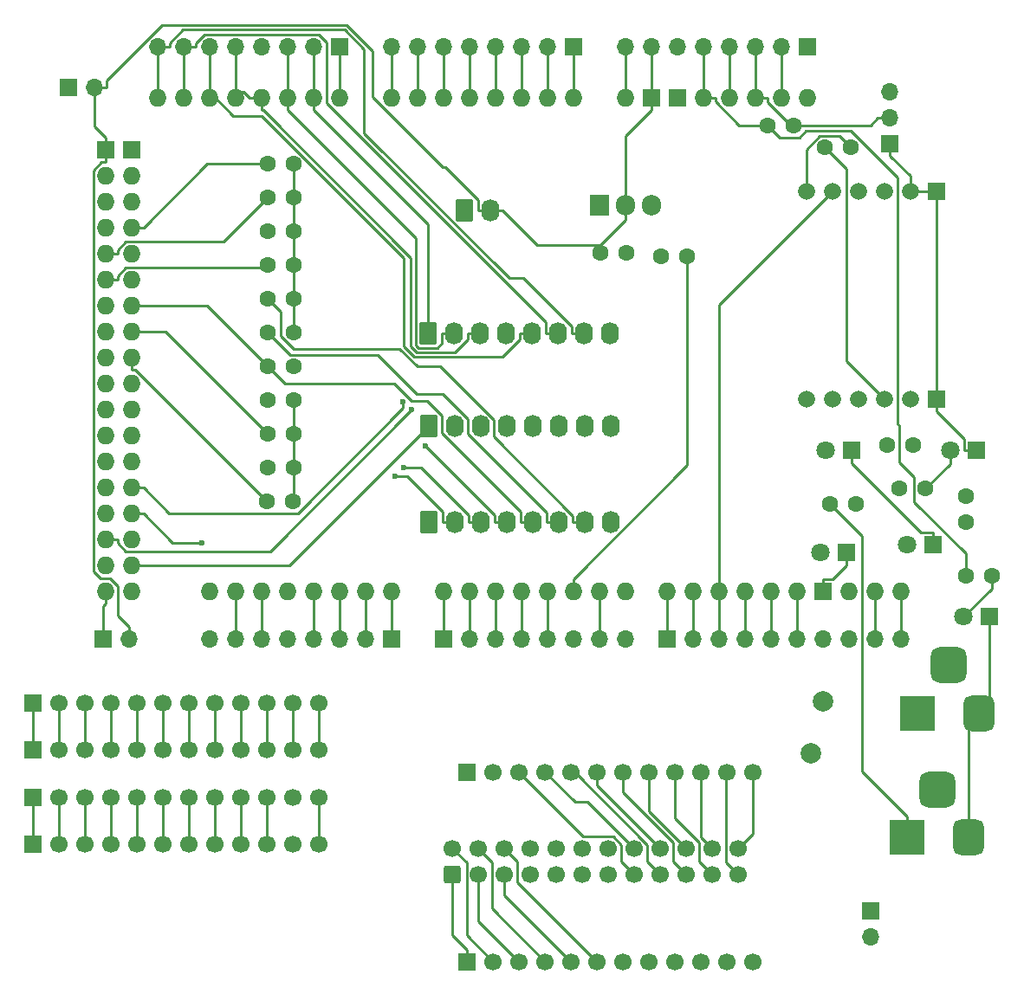
<source format=gbr>
G04 #@! TF.GenerationSoftware,KiCad,Pcbnew,9.0.5*
G04 #@! TF.CreationDate,2025-12-14T12:46:52+10:00*
G04 #@! TF.ProjectId,Jet Ranger Upper Controller,4a657420-5261-46e6-9765-722055707065,rev?*
G04 #@! TF.SameCoordinates,Original*
G04 #@! TF.FileFunction,Copper,L2,Bot*
G04 #@! TF.FilePolarity,Positive*
%FSLAX46Y46*%
G04 Gerber Fmt 4.6, Leading zero omitted, Abs format (unit mm)*
G04 Created by KiCad (PCBNEW 9.0.5) date 2025-12-14 12:46:52*
%MOMM*%
%LPD*%
G01*
G04 APERTURE LIST*
G04 Aperture macros list*
%AMRoundRect*
0 Rectangle with rounded corners*
0 $1 Rounding radius*
0 $2 $3 $4 $5 $6 $7 $8 $9 X,Y pos of 4 corners*
0 Add a 4 corners polygon primitive as box body*
4,1,4,$2,$3,$4,$5,$6,$7,$8,$9,$2,$3,0*
0 Add four circle primitives for the rounded corners*
1,1,$1+$1,$2,$3*
1,1,$1+$1,$4,$5*
1,1,$1+$1,$6,$7*
1,1,$1+$1,$8,$9*
0 Add four rect primitives between the rounded corners*
20,1,$1+$1,$2,$3,$4,$5,0*
20,1,$1+$1,$4,$5,$6,$7,0*
20,1,$1+$1,$6,$7,$8,$9,0*
20,1,$1+$1,$8,$9,$2,$3,0*%
G04 Aperture macros list end*
G04 #@! TA.AperFunction,ComponentPad*
%ADD10C,2.010000*%
G04 #@! TD*
G04 #@! TA.AperFunction,ComponentPad*
%ADD11C,1.600000*%
G04 #@! TD*
G04 #@! TA.AperFunction,ComponentPad*
%ADD12R,1.700000X1.700000*%
G04 #@! TD*
G04 #@! TA.AperFunction,ComponentPad*
%ADD13O,1.700000X1.700000*%
G04 #@! TD*
G04 #@! TA.AperFunction,ComponentPad*
%ADD14R,1.800000X1.800000*%
G04 #@! TD*
G04 #@! TA.AperFunction,ComponentPad*
%ADD15C,1.800000*%
G04 #@! TD*
G04 #@! TA.AperFunction,ComponentPad*
%ADD16RoundRect,0.250000X0.600000X-0.600000X0.600000X0.600000X-0.600000X0.600000X-0.600000X-0.600000X0*%
G04 #@! TD*
G04 #@! TA.AperFunction,ComponentPad*
%ADD17C,1.700000*%
G04 #@! TD*
G04 #@! TA.AperFunction,ComponentPad*
%ADD18R,3.500000X3.500000*%
G04 #@! TD*
G04 #@! TA.AperFunction,ComponentPad*
%ADD19RoundRect,0.750000X0.750000X1.000000X-0.750000X1.000000X-0.750000X-1.000000X0.750000X-1.000000X0*%
G04 #@! TD*
G04 #@! TA.AperFunction,ComponentPad*
%ADD20RoundRect,0.875000X0.875000X0.875000X-0.875000X0.875000X-0.875000X-0.875000X0.875000X-0.875000X0*%
G04 #@! TD*
G04 #@! TA.AperFunction,ComponentPad*
%ADD21RoundRect,0.250000X-0.620000X-0.845000X0.620000X-0.845000X0.620000X0.845000X-0.620000X0.845000X0*%
G04 #@! TD*
G04 #@! TA.AperFunction,ComponentPad*
%ADD22O,1.740000X2.190000*%
G04 #@! TD*
G04 #@! TA.AperFunction,ComponentPad*
%ADD23R,1.905000X2.000000*%
G04 #@! TD*
G04 #@! TA.AperFunction,ComponentPad*
%ADD24O,1.905000X2.000000*%
G04 #@! TD*
G04 #@! TA.AperFunction,ComponentPad*
%ADD25R,1.665000X1.665000*%
G04 #@! TD*
G04 #@! TA.AperFunction,ComponentPad*
%ADD26C,1.665000*%
G04 #@! TD*
G04 #@! TA.AperFunction,ComponentPad*
%ADD27O,1.727200X1.727200*%
G04 #@! TD*
G04 #@! TA.AperFunction,ComponentPad*
%ADD28R,1.727200X1.727200*%
G04 #@! TD*
G04 #@! TA.AperFunction,ViaPad*
%ADD29C,0.600000*%
G04 #@! TD*
G04 #@! TA.AperFunction,Conductor*
%ADD30C,0.250000*%
G04 #@! TD*
G04 APERTURE END LIST*
D10*
X110750000Y-105050000D03*
X109550000Y-110150000D03*
D11*
X59040000Y-75594300D03*
X56500000Y-75594300D03*
D12*
X63500000Y-41046400D03*
D13*
X60960000Y-41046400D03*
X58420000Y-41046400D03*
X55880000Y-41046400D03*
X53340000Y-41046400D03*
X50800000Y-41046400D03*
X48260000Y-41046400D03*
X45720000Y-41046400D03*
D11*
X59040000Y-82192700D03*
X56500000Y-82192700D03*
X58956600Y-85491900D03*
X56416600Y-85491900D03*
D12*
X117298000Y-50550000D03*
D13*
X117298000Y-48010000D03*
X117298000Y-45470000D03*
D12*
X86360000Y-41046400D03*
D13*
X83820000Y-41046400D03*
X81280000Y-41046400D03*
X78740000Y-41046400D03*
X76200000Y-41046400D03*
X73660000Y-41046400D03*
X71120000Y-41046400D03*
X68580000Y-41046400D03*
D14*
X113540000Y-80500000D03*
D15*
X111000000Y-80500000D03*
D11*
X59040000Y-55799200D03*
X56500000Y-55799200D03*
X59040000Y-52500000D03*
X56500000Y-52500000D03*
D16*
X74560000Y-122000000D03*
D17*
X74560000Y-119460000D03*
X77100000Y-122000000D03*
X77100000Y-119460000D03*
X79640000Y-122000000D03*
X79640000Y-119460000D03*
X82180000Y-122000000D03*
X82180000Y-119460000D03*
X84720000Y-122000000D03*
X84720000Y-119460000D03*
X87260000Y-122000000D03*
X87260000Y-119460000D03*
X89800000Y-122000000D03*
X89800000Y-119460000D03*
X92340000Y-122000000D03*
X92340000Y-119460000D03*
X94880000Y-122000000D03*
X94880000Y-119460000D03*
X97420000Y-122000000D03*
X97420000Y-119460000D03*
X99960000Y-122000000D03*
X99960000Y-119460000D03*
X102500000Y-122000000D03*
X102500000Y-119460000D03*
D12*
X33560000Y-114410000D03*
D17*
X36100000Y-114410000D03*
X38640000Y-114410000D03*
X41180000Y-114410000D03*
X43720000Y-114410000D03*
X46260000Y-114410000D03*
X48800000Y-114410000D03*
X51340000Y-114410000D03*
X53880000Y-114410000D03*
X56420000Y-114410000D03*
X58960000Y-114410000D03*
X61500000Y-114410000D03*
D11*
X118250000Y-84250000D03*
X120790000Y-84250000D03*
X124750000Y-87500000D03*
X124750000Y-84960000D03*
D12*
X37000000Y-45000000D03*
D13*
X39540000Y-45000000D03*
D18*
X118949000Y-118350000D03*
D19*
X124949000Y-118350000D03*
D20*
X121949000Y-113650000D03*
D21*
X72220000Y-78150000D03*
D22*
X74760000Y-78150000D03*
X77300000Y-78150000D03*
X79840000Y-78150000D03*
X82380000Y-78150000D03*
X84920000Y-78150000D03*
X87460000Y-78150000D03*
X90000000Y-78150000D03*
D14*
X127040000Y-96750000D03*
D15*
X124500000Y-96750000D03*
D14*
X125770000Y-80500000D03*
D15*
X123230000Y-80500000D03*
D21*
X72260000Y-87500000D03*
D22*
X74800000Y-87500000D03*
X77340000Y-87500000D03*
X79880000Y-87500000D03*
X82420000Y-87500000D03*
X84960000Y-87500000D03*
X87500000Y-87500000D03*
X90040000Y-87500000D03*
D11*
X59040000Y-62397600D03*
X56500000Y-62397600D03*
D12*
X33560000Y-105230000D03*
D17*
X36100000Y-105230000D03*
X38640000Y-105230000D03*
X41180000Y-105230000D03*
X43720000Y-105230000D03*
X46260000Y-105230000D03*
X48800000Y-105230000D03*
X51340000Y-105230000D03*
X53880000Y-105230000D03*
X56420000Y-105230000D03*
X58960000Y-105230000D03*
X61500000Y-105230000D03*
D11*
X124710000Y-92750000D03*
X127250000Y-92750000D03*
X117000000Y-80000000D03*
X119540000Y-80000000D03*
D12*
X33560000Y-109820000D03*
D17*
X36100000Y-109820000D03*
X38640000Y-109820000D03*
X41180000Y-109820000D03*
X43720000Y-109820000D03*
X46260000Y-109820000D03*
X48800000Y-109820000D03*
X51340000Y-109820000D03*
X53880000Y-109820000D03*
X56420000Y-109820000D03*
X58960000Y-109820000D03*
X61500000Y-109820000D03*
D11*
X59040000Y-78893500D03*
X56500000Y-78893500D03*
D12*
X68580000Y-98958400D03*
D13*
X66040000Y-98958400D03*
X63500000Y-98958400D03*
X60960000Y-98958400D03*
X58420000Y-98958400D03*
X55880000Y-98958400D03*
X53340000Y-98958400D03*
X50800000Y-98958400D03*
D11*
X94960000Y-61500000D03*
X97500000Y-61500000D03*
X59040000Y-72295100D03*
X56500000Y-72295100D03*
D23*
X88920000Y-56500000D03*
D24*
X91460000Y-56500000D03*
X94000000Y-56500000D03*
D11*
X59040000Y-65696800D03*
X56500000Y-65696800D03*
D25*
X121809000Y-55183300D03*
D26*
X119269000Y-55183300D03*
X116729000Y-55183300D03*
X114189000Y-55183300D03*
X111649000Y-55183300D03*
X109109000Y-55183300D03*
D25*
X121809000Y-75503300D03*
D26*
X119269000Y-75503300D03*
X116729000Y-75503300D03*
X114189000Y-75503300D03*
X111649000Y-75503300D03*
X109109000Y-75503300D03*
D14*
X113040000Y-90500000D03*
D15*
X110500000Y-90500000D03*
D11*
X111455000Y-85750000D03*
X113995000Y-85750000D03*
D21*
X75725000Y-57020000D03*
D22*
X78265000Y-57020000D03*
D12*
X109220000Y-41046400D03*
D13*
X106680000Y-41046400D03*
X104140000Y-41046400D03*
X101600000Y-41046400D03*
X99060000Y-41046400D03*
X96520000Y-41046400D03*
X93980000Y-41046400D03*
X91440000Y-41046400D03*
D11*
X59040000Y-68996000D03*
X56500000Y-68996000D03*
D12*
X76000000Y-130500000D03*
D17*
X78540000Y-130500000D03*
X81080000Y-130500000D03*
X83620000Y-130500000D03*
X86160000Y-130500000D03*
X88700000Y-130500000D03*
X91240000Y-130500000D03*
X93780000Y-130500000D03*
X96320000Y-130500000D03*
X98860000Y-130500000D03*
X101400000Y-130500000D03*
X103940000Y-130500000D03*
D12*
X115450000Y-125560000D03*
D13*
X115450000Y-128100000D03*
D11*
X59040000Y-59098400D03*
X56500000Y-59098400D03*
X110960000Y-50900000D03*
X113500000Y-50900000D03*
X89037500Y-61212500D03*
X91577500Y-61212500D03*
X105350000Y-48750000D03*
X107890000Y-48750000D03*
D14*
X121540000Y-89750000D03*
D15*
X119000000Y-89750000D03*
D21*
X72153300Y-69041200D03*
D22*
X74693300Y-69041200D03*
X77233300Y-69041200D03*
X79773300Y-69041200D03*
X82313300Y-69041200D03*
X84853300Y-69041200D03*
X87393300Y-69041200D03*
X89933300Y-69041200D03*
D12*
X33560000Y-119000000D03*
D17*
X36100000Y-119000000D03*
X38640000Y-119000000D03*
X41180000Y-119000000D03*
X43720000Y-119000000D03*
X46260000Y-119000000D03*
X48800000Y-119000000D03*
X51340000Y-119000000D03*
X53880000Y-119000000D03*
X56420000Y-119000000D03*
X58960000Y-119000000D03*
X61500000Y-119000000D03*
D18*
X120000000Y-106207500D03*
D19*
X126000000Y-106207500D03*
D20*
X123000000Y-101507500D03*
D12*
X95504000Y-98958400D03*
D13*
X98044000Y-98958400D03*
X100584000Y-98958400D03*
X103124000Y-98958400D03*
X105664000Y-98958400D03*
X108204000Y-98958400D03*
X110744000Y-98958400D03*
X113284000Y-98958400D03*
X115824000Y-98958400D03*
X118364000Y-98958400D03*
D12*
X40411400Y-98933000D03*
D13*
X42951400Y-98933000D03*
D12*
X76000000Y-112000000D03*
D17*
X78540000Y-112000000D03*
X81080000Y-112000000D03*
X83620000Y-112000000D03*
X86160000Y-112000000D03*
X88700000Y-112000000D03*
X91240000Y-112000000D03*
X93780000Y-112000000D03*
X96320000Y-112000000D03*
X98860000Y-112000000D03*
X101400000Y-112000000D03*
X103940000Y-112000000D03*
D12*
X73660000Y-98958400D03*
D13*
X76200000Y-98958400D03*
X78740000Y-98958400D03*
X81280000Y-98958400D03*
X83820000Y-98958400D03*
X86360000Y-98958400D03*
X88900000Y-98958400D03*
X91440000Y-98958400D03*
D27*
X109205000Y-46039300D03*
X101585000Y-46039300D03*
X99045000Y-46039300D03*
X43165000Y-94299300D03*
X40625000Y-94299300D03*
X86345000Y-46039300D03*
X83805000Y-46039300D03*
X81265000Y-46039300D03*
X78725000Y-46039300D03*
X76185000Y-46039300D03*
X73645000Y-46039300D03*
X71105000Y-46039300D03*
X68565000Y-46039300D03*
X63485000Y-46039300D03*
X60945000Y-46039300D03*
X58405000Y-46039300D03*
X55865000Y-46039300D03*
X53325000Y-46039300D03*
X50785000Y-46039300D03*
X48245000Y-46039300D03*
X45705000Y-46039300D03*
X113269000Y-94299300D03*
X73645000Y-94299300D03*
X76185000Y-94299300D03*
X78725000Y-94299300D03*
X81265000Y-94299300D03*
X83805000Y-94299300D03*
X86345000Y-94299300D03*
X88885000Y-94299300D03*
X91425000Y-94299300D03*
X95489000Y-94299300D03*
X98029000Y-94299300D03*
X100569000Y-94299300D03*
X103109000Y-94299300D03*
X105649000Y-94299300D03*
X108189000Y-94299300D03*
X68565000Y-94299300D03*
X66025000Y-94299300D03*
X63485000Y-94299300D03*
X60945000Y-94299300D03*
X58405000Y-94299300D03*
X55865000Y-94299300D03*
X53325000Y-94299300D03*
X50785000Y-94299300D03*
X43165000Y-91759300D03*
X40625000Y-91759300D03*
X43165000Y-89219300D03*
X40625000Y-89219300D03*
X43165000Y-86679300D03*
X40625000Y-86679300D03*
X43165000Y-84139300D03*
X40625000Y-84139300D03*
X43165000Y-81599300D03*
X40625000Y-81599300D03*
X43165000Y-79059300D03*
X40625000Y-79059300D03*
X43165000Y-76519300D03*
X40625000Y-76519300D03*
X43165000Y-73979300D03*
X40625000Y-73979300D03*
X43165000Y-71439300D03*
X40625000Y-71439300D03*
X43165000Y-68899300D03*
X40625000Y-68899300D03*
X43165000Y-66359300D03*
X40625000Y-66359300D03*
X43165000Y-63819300D03*
X40625000Y-63819300D03*
X43165000Y-61279300D03*
X40625000Y-61279300D03*
X43165000Y-58739300D03*
X40625000Y-58739300D03*
X43165000Y-56199300D03*
X40625000Y-56199300D03*
X43165000Y-53659300D03*
X40625000Y-53659300D03*
D28*
X110729000Y-94299300D03*
X96505000Y-46039300D03*
X93965000Y-46039300D03*
X43165000Y-51119300D03*
X40625000Y-51119300D03*
D27*
X106665000Y-46039300D03*
X104125000Y-46039300D03*
X118349000Y-94299300D03*
X115809000Y-94299300D03*
X91425000Y-46039300D03*
D29*
X69710900Y-75761800D03*
X69738800Y-82162300D03*
X71862000Y-80033300D03*
X50025700Y-89532100D03*
X68899500Y-83029200D03*
X70568200Y-76546500D03*
D30*
X79640000Y-123980000D02*
X79640000Y-122000000D01*
X86160000Y-130500000D02*
X79640000Y-123980000D01*
X91070000Y-120730000D02*
X92340000Y-122000000D01*
X91070000Y-119063400D02*
X91070000Y-120730000D01*
X90249300Y-118242700D02*
X91070000Y-119063400D01*
X87322700Y-118242700D02*
X90249300Y-118242700D01*
X81080000Y-112000000D02*
X87322700Y-118242700D01*
X78424400Y-120784400D02*
X77100000Y-119460000D01*
X78424400Y-125304400D02*
X78424400Y-120784400D01*
X83620000Y-130500000D02*
X78424400Y-125304400D01*
X98860000Y-118360000D02*
X99960000Y-119460000D01*
X98860000Y-112000000D02*
X98860000Y-118360000D01*
X101315000Y-120815000D02*
X102500000Y-122000000D01*
X101315000Y-112085000D02*
X101315000Y-120815000D01*
X101400000Y-112000000D02*
X101315000Y-112085000D01*
X74560000Y-127884900D02*
X74560000Y-122000000D01*
X76000000Y-129324900D02*
X74560000Y-127884900D01*
X76000000Y-130500000D02*
X76000000Y-129324900D01*
X86506900Y-114886900D02*
X83620000Y-112000000D01*
X87766900Y-114886900D02*
X86506900Y-114886900D01*
X92340000Y-119460000D02*
X87766900Y-114886900D01*
X96150000Y-120730000D02*
X97420000Y-122000000D01*
X96150000Y-118826700D02*
X96150000Y-120730000D01*
X91240000Y-113916700D02*
X96150000Y-118826700D01*
X91240000Y-112000000D02*
X91240000Y-113916700D01*
X77100000Y-126520000D02*
X77100000Y-122000000D01*
X81080000Y-130500000D02*
X77100000Y-126520000D01*
X80910000Y-120730000D02*
X79640000Y-119460000D01*
X80910000Y-122710000D02*
X80910000Y-120730000D01*
X88700000Y-130500000D02*
X80910000Y-122710000D01*
X75923800Y-120823800D02*
X74560000Y-119460000D01*
X75923800Y-127883800D02*
X75923800Y-120823800D01*
X78540000Y-130500000D02*
X75923800Y-127883800D01*
X93780000Y-115820000D02*
X93780000Y-112000000D01*
X97420000Y-119460000D02*
X93780000Y-115820000D01*
X103940000Y-118020000D02*
X102500000Y-119460000D01*
X103940000Y-112000000D02*
X103940000Y-118020000D01*
X93610000Y-120730000D02*
X94880000Y-122000000D01*
X93610000Y-119060400D02*
X93610000Y-120730000D01*
X86549600Y-112000000D02*
X93610000Y-119060400D01*
X86160000Y-112000000D02*
X86549600Y-112000000D01*
X96320000Y-116456700D02*
X96320000Y-112000000D01*
X98690000Y-118826700D02*
X96320000Y-116456700D01*
X98690000Y-120730000D02*
X98690000Y-118826700D01*
X99960000Y-122000000D02*
X98690000Y-120730000D01*
X88700000Y-113280000D02*
X94880000Y-119460000D01*
X88700000Y-112000000D02*
X88700000Y-113280000D01*
X38640000Y-109820000D02*
X38640000Y-105230000D01*
X33560000Y-109820000D02*
X33560000Y-105230000D01*
X56420000Y-109820000D02*
X56420000Y-105230000D01*
X51340000Y-109820000D02*
X51340000Y-105230000D01*
X58960000Y-109820000D02*
X58960000Y-105230000D01*
X53880000Y-109820000D02*
X53880000Y-105230000D01*
X48800000Y-109820000D02*
X48800000Y-105230000D01*
X61500000Y-109820000D02*
X61500000Y-105230000D01*
X36100000Y-109820000D02*
X36100000Y-105230000D01*
X41180000Y-109820000D02*
X41180000Y-105230000D01*
X46260000Y-109820000D02*
X46260000Y-105230000D01*
X43720000Y-109820000D02*
X43720000Y-105230000D01*
X48800000Y-119000000D02*
X48800000Y-114410000D01*
X61500000Y-119000000D02*
X61500000Y-114410000D01*
X33560000Y-119000000D02*
X33560000Y-114410000D01*
X38640000Y-119000000D02*
X38640000Y-114410000D01*
X56420000Y-119000000D02*
X56420000Y-114410000D01*
X41180000Y-119000000D02*
X41180000Y-114410000D01*
X51340000Y-119000000D02*
X51340000Y-114410000D01*
X36100000Y-119000000D02*
X36100000Y-114410000D01*
X53880000Y-119000000D02*
X53880000Y-114410000D01*
X43720000Y-119000000D02*
X43720000Y-114410000D01*
X46260000Y-119000000D02*
X46260000Y-114410000D01*
X108189000Y-97768300D02*
X108204000Y-97783300D01*
X108189000Y-94299300D02*
X108189000Y-97768300D01*
X108204000Y-98958400D02*
X108204000Y-97783300D01*
X105664000Y-95503000D02*
X105664000Y-98958400D01*
X105649000Y-95488000D02*
X105664000Y-95503000D01*
X105649000Y-94299300D02*
X105649000Y-95488000D01*
X95504000Y-95503000D02*
X95504000Y-98958400D01*
X95489000Y-95488000D02*
X95504000Y-95503000D01*
X95489000Y-94299300D02*
X95489000Y-95488000D01*
X103124000Y-95503000D02*
X103124000Y-98958400D01*
X103109000Y-95488000D02*
X103124000Y-95503000D01*
X103109000Y-94299300D02*
X103109000Y-95488000D01*
X55880000Y-95503000D02*
X55880000Y-98958400D01*
X55865000Y-95488000D02*
X55880000Y-95503000D01*
X55865000Y-94299300D02*
X55865000Y-95488000D01*
X60960000Y-95503000D02*
X60960000Y-98958400D01*
X60945000Y-95488000D02*
X60960000Y-95503000D01*
X60945000Y-94299300D02*
X60945000Y-95488000D01*
X88900000Y-95503000D02*
X88900000Y-98958400D01*
X88885000Y-95488000D02*
X88900000Y-95503000D01*
X88885000Y-94299300D02*
X88885000Y-95488000D01*
X50785000Y-46039300D02*
X50785000Y-45455700D01*
X82313300Y-69041200D02*
X81118200Y-69041200D01*
X50800000Y-41046400D02*
X50800000Y-42221500D01*
X50800000Y-45455700D02*
X50800000Y-42221500D01*
X50785000Y-45455700D02*
X50800000Y-45455700D01*
X81118200Y-69671600D02*
X81118200Y-69041200D01*
X79426800Y-71363000D02*
X81118200Y-69671600D01*
X70831000Y-71363000D02*
X79426800Y-71363000D01*
X69817900Y-70349900D02*
X70831000Y-71363000D01*
X69817900Y-61661800D02*
X69817900Y-70349900D01*
X55927000Y-47770900D02*
X69817900Y-61661800D01*
X53115200Y-47770900D02*
X55927000Y-47770900D01*
X50800000Y-45455700D02*
X53115200Y-47770900D01*
X63500000Y-95503000D02*
X63500000Y-98958400D01*
X63485000Y-95488000D02*
X63500000Y-95503000D01*
X63485000Y-94299300D02*
X63485000Y-95488000D01*
X83820000Y-95503000D02*
X83820000Y-98958400D01*
X83805000Y-95488000D02*
X83820000Y-95503000D01*
X83805000Y-94299300D02*
X83805000Y-95488000D01*
X58610700Y-91759300D02*
X43165000Y-91759300D01*
X72220000Y-78150000D02*
X58610700Y-91759300D01*
X48245000Y-46039300D02*
X48245000Y-44850600D01*
X84853300Y-69041200D02*
X83658200Y-69041200D01*
X48260000Y-44835600D02*
X48260000Y-41046400D01*
X48245000Y-44850600D02*
X48260000Y-44835600D01*
X83658200Y-67980000D02*
X83658200Y-69041200D01*
X62215000Y-46536800D02*
X83658200Y-67980000D01*
X62215000Y-40603900D02*
X62215000Y-46536800D01*
X61448300Y-39837200D02*
X62215000Y-40603900D01*
X50277100Y-39837200D02*
X61448300Y-39837200D01*
X49435100Y-40679200D02*
X50277100Y-39837200D01*
X49435100Y-41046400D02*
X49435100Y-40679200D01*
X48260000Y-41046400D02*
X49435100Y-41046400D01*
X52208600Y-60090600D02*
X56500000Y-55799200D01*
X42630800Y-60090600D02*
X52208600Y-60090600D01*
X41813700Y-60907700D02*
X42630800Y-60090600D01*
X41813700Y-61279300D02*
X41813700Y-60907700D01*
X40625000Y-61279300D02*
X41813700Y-61279300D01*
X50593000Y-52500000D02*
X56500000Y-52500000D01*
X44353700Y-58739300D02*
X50593000Y-52500000D01*
X43165000Y-58739300D02*
X44353700Y-58739300D01*
X58420000Y-44835600D02*
X58420000Y-41046400D01*
X58405000Y-44850600D02*
X58420000Y-44835600D01*
X58405000Y-46039300D02*
X58405000Y-44850600D01*
X70957100Y-59780100D02*
X58405000Y-47228000D01*
X70957100Y-70215600D02*
X70957100Y-59780100D01*
X71203900Y-70462400D02*
X70957100Y-70215600D01*
X73048000Y-70462400D02*
X71203900Y-70462400D01*
X73498200Y-70012200D02*
X73048000Y-70462400D01*
X73498200Y-69041200D02*
X73498200Y-70012200D01*
X74693300Y-69041200D02*
X73498200Y-69041200D01*
X58405000Y-46039300D02*
X58405000Y-47228000D01*
X68580000Y-44835600D02*
X68580000Y-41046400D01*
X68565000Y-44850600D02*
X68580000Y-44835600D01*
X68565000Y-46039300D02*
X68565000Y-44850600D01*
X84960000Y-87500000D02*
X83764900Y-87500000D01*
X83764900Y-86592400D02*
X83764900Y-87500000D01*
X76030000Y-78857500D02*
X83764900Y-86592400D01*
X76030000Y-77485500D02*
X76030000Y-78857500D01*
X73563700Y-75019200D02*
X76030000Y-77485500D01*
X71053200Y-75019200D02*
X73563700Y-75019200D01*
X67203000Y-71169000D02*
X71053200Y-75019200D01*
X58673000Y-71169000D02*
X67203000Y-71169000D01*
X56500000Y-68996000D02*
X58673000Y-71169000D01*
X43165000Y-84139300D02*
X44353700Y-84139300D01*
X69710900Y-76338100D02*
X69710900Y-75761800D01*
X59412500Y-86636500D02*
X69710900Y-76338100D01*
X46850900Y-86636500D02*
X59412500Y-86636500D01*
X44353700Y-84139300D02*
X46850900Y-86636500D01*
X83820000Y-44835600D02*
X83820000Y-41046400D01*
X83805000Y-44850600D02*
X83820000Y-44835600D01*
X83805000Y-46039300D02*
X83805000Y-44850600D01*
X60960000Y-44835600D02*
X60960000Y-41046400D01*
X60945000Y-44850600D02*
X60960000Y-44835600D01*
X60945000Y-46039300D02*
X60945000Y-44850600D01*
X72153300Y-58436300D02*
X60945000Y-47228000D01*
X72153300Y-69041200D02*
X72153300Y-58436300D01*
X60945000Y-46039300D02*
X60945000Y-47228000D01*
X46505800Y-68899300D02*
X56500000Y-78893500D01*
X43165000Y-68899300D02*
X46505800Y-68899300D01*
X76144900Y-86869700D02*
X76144900Y-87500000D01*
X71437500Y-82162300D02*
X76144900Y-86869700D01*
X69738800Y-82162300D02*
X71437500Y-82162300D01*
X77340000Y-87500000D02*
X76144900Y-87500000D01*
X79880000Y-87500000D02*
X78684900Y-87500000D01*
X78684900Y-86856200D02*
X71862000Y-80033300D01*
X78684900Y-87500000D02*
X78684900Y-86856200D01*
X81280000Y-44835600D02*
X81280000Y-41046400D01*
X81265000Y-44850600D02*
X81280000Y-44835600D01*
X81265000Y-46039300D02*
X81265000Y-44850600D01*
X78740000Y-44835600D02*
X78740000Y-41046400D01*
X78725000Y-44850600D02*
X78740000Y-44835600D01*
X78725000Y-46039300D02*
X78725000Y-44850600D01*
X45705000Y-46039300D02*
X45705000Y-44850600D01*
X87393300Y-69041200D02*
X86198200Y-69041200D01*
X45720000Y-44835600D02*
X45720000Y-41046400D01*
X45705000Y-44850600D02*
X45720000Y-44835600D01*
X45720000Y-41046400D02*
X46895100Y-41046400D01*
X86198200Y-68410900D02*
X86198200Y-69041200D01*
X81469800Y-63682500D02*
X86198200Y-68410900D01*
X80083800Y-63682500D02*
X81469800Y-63682500D01*
X65916000Y-49514700D02*
X80083800Y-63682500D01*
X65916000Y-41287800D02*
X65916000Y-49514700D01*
X64015200Y-39387000D02*
X65916000Y-41287800D01*
X48187300Y-39387000D02*
X64015200Y-39387000D01*
X46895100Y-40679200D02*
X48187300Y-39387000D01*
X46895100Y-41046400D02*
X46895100Y-40679200D01*
X56267000Y-62630600D02*
X56500000Y-62397600D01*
X42630800Y-62630600D02*
X56267000Y-62630600D01*
X41813700Y-63447700D02*
X42630800Y-62630600D01*
X41813700Y-63819300D02*
X41813700Y-63447700D01*
X40625000Y-63819300D02*
X41813700Y-63819300D01*
X71120000Y-44835600D02*
X71120000Y-41046400D01*
X71105000Y-44850600D02*
X71120000Y-44835600D01*
X71105000Y-46039300D02*
X71105000Y-44850600D01*
X53340000Y-44835600D02*
X53340000Y-41046400D01*
X53325000Y-44850600D02*
X53340000Y-44835600D01*
X77233300Y-69041200D02*
X76038200Y-69041200D01*
X55865000Y-46039300D02*
X55865000Y-47228000D01*
X53325000Y-46039300D02*
X53325000Y-45444900D01*
X53325000Y-45444900D02*
X53325000Y-44850600D01*
X54081900Y-45444900D02*
X54676300Y-46039300D01*
X53325000Y-45444900D02*
X54081900Y-45444900D01*
X55865000Y-46039300D02*
X54676300Y-46039300D01*
X76038200Y-69638700D02*
X76038200Y-69041200D01*
X74764100Y-70912800D02*
X76038200Y-69638700D01*
X71017600Y-70912800D02*
X74764100Y-70912800D01*
X70480700Y-70375900D02*
X71017600Y-70912800D01*
X70480700Y-61674200D02*
X70480700Y-70375900D01*
X56034500Y-47228000D02*
X70480700Y-61674200D01*
X55865000Y-47228000D02*
X56034500Y-47228000D01*
X81280000Y-95503000D02*
X81280000Y-98958400D01*
X81265000Y-95488000D02*
X81280000Y-95503000D01*
X81265000Y-94299300D02*
X81265000Y-95488000D01*
X106680000Y-44835600D02*
X106680000Y-41046400D01*
X106665000Y-44850600D02*
X106680000Y-44835600D01*
X106665000Y-46039300D02*
X106665000Y-44850600D01*
X63500000Y-44835600D02*
X63500000Y-41046400D01*
X63485000Y-44850600D02*
X63500000Y-44835600D01*
X63485000Y-46039300D02*
X63485000Y-44850600D01*
X73660000Y-44835600D02*
X73660000Y-41046400D01*
X73645000Y-44850600D02*
X73660000Y-44835600D01*
X73645000Y-46039300D02*
X73645000Y-44850600D01*
X127250000Y-94000000D02*
X124500000Y-96750000D01*
X127250000Y-92750000D02*
X127250000Y-94000000D01*
X91425000Y-42236500D02*
X91440000Y-42221500D01*
X91425000Y-46039300D02*
X91425000Y-42236500D01*
X91440000Y-41046400D02*
X91440000Y-42221500D01*
X73660000Y-95503000D02*
X73660000Y-98958400D01*
X73645000Y-95488000D02*
X73660000Y-95503000D01*
X73645000Y-94299300D02*
X73645000Y-95488000D01*
X76200000Y-95503000D02*
X76200000Y-98958400D01*
X76185000Y-95488000D02*
X76200000Y-95503000D01*
X76185000Y-94299300D02*
X76185000Y-95488000D01*
X101600000Y-44835600D02*
X101600000Y-41046400D01*
X101585000Y-44850600D02*
X101600000Y-44835600D01*
X101585000Y-46039300D02*
X101585000Y-44850600D01*
X113031300Y-52971300D02*
X110960000Y-50900000D01*
X113031300Y-71805600D02*
X113031300Y-52971300D01*
X116729000Y-75503300D02*
X113031300Y-71805600D01*
X97500000Y-81955600D02*
X97500000Y-61500000D01*
X86345000Y-93110600D02*
X97500000Y-81955600D01*
X86345000Y-94299300D02*
X86345000Y-93110600D01*
X112352500Y-49752500D02*
X113500000Y-50900000D01*
X110445200Y-49752500D02*
X112352500Y-49752500D01*
X109109000Y-51088700D02*
X110445200Y-49752500D01*
X109109000Y-55183300D02*
X109109000Y-51088700D01*
X86360000Y-44835600D02*
X86360000Y-41046400D01*
X86345000Y-44850600D02*
X86360000Y-44835600D01*
X86345000Y-46039300D02*
X86345000Y-44850600D01*
X43165000Y-86679300D02*
X44353700Y-86679300D01*
X47206500Y-89532100D02*
X50025700Y-89532100D01*
X44353700Y-86679300D02*
X47206500Y-89532100D01*
X100569000Y-66263300D02*
X111649000Y-55183300D01*
X100569000Y-94299300D02*
X100569000Y-66263300D01*
X100584000Y-95503000D02*
X100584000Y-98958400D01*
X100569000Y-95488000D02*
X100584000Y-95503000D01*
X100569000Y-94299300D02*
X100569000Y-95488000D01*
X66040000Y-95503000D02*
X66040000Y-98958400D01*
X66025000Y-95488000D02*
X66040000Y-95503000D01*
X66025000Y-94299300D02*
X66025000Y-95488000D01*
X68580000Y-95503000D02*
X68580000Y-98958400D01*
X68565000Y-95488000D02*
X68580000Y-95503000D01*
X68565000Y-94299300D02*
X68565000Y-95488000D01*
X104140000Y-44835600D02*
X104140000Y-41046400D01*
X104125000Y-44850600D02*
X104140000Y-44835600D01*
X104125000Y-46039300D02*
X104125000Y-44850600D01*
X104125000Y-46039300D02*
X105313700Y-46039300D01*
X107621400Y-48750000D02*
X107890000Y-48750000D01*
X105313700Y-46442300D02*
X107621400Y-48750000D01*
X105313700Y-46039300D02*
X105313700Y-46442300D01*
X115382900Y-48750000D02*
X116122900Y-48010000D01*
X107890000Y-48750000D02*
X115382900Y-48750000D01*
X117298000Y-48010000D02*
X116122900Y-48010000D01*
X76200000Y-44835600D02*
X76200000Y-41046400D01*
X76185000Y-44850600D02*
X76200000Y-44835600D01*
X76185000Y-46039300D02*
X76185000Y-44850600D01*
X43552700Y-72628000D02*
X56416600Y-85491900D01*
X43165000Y-72628000D02*
X43552700Y-72628000D01*
X43165000Y-71439300D02*
X43165000Y-72628000D01*
X78740000Y-95503000D02*
X78740000Y-98958400D01*
X78725000Y-95488000D02*
X78740000Y-95503000D01*
X78725000Y-94299300D02*
X78725000Y-95488000D01*
X74800000Y-87500000D02*
X73604900Y-87500000D01*
X70091900Y-83029200D02*
X68899500Y-83029200D01*
X73604900Y-86542200D02*
X70091900Y-83029200D01*
X73604900Y-87500000D02*
X73604900Y-86542200D01*
X53340000Y-95503000D02*
X53340000Y-98958400D01*
X53325000Y-95488000D02*
X53340000Y-95503000D01*
X53325000Y-94299300D02*
X53325000Y-95488000D01*
X56704800Y-90409900D02*
X70568200Y-76546500D01*
X42632800Y-90409900D02*
X56704800Y-90409900D01*
X41813700Y-89590800D02*
X42632800Y-90409900D01*
X41813700Y-89219300D02*
X41813700Y-89590800D01*
X40625000Y-89219300D02*
X41813700Y-89219300D01*
X50564200Y-66359300D02*
X56500000Y-72295100D01*
X43165000Y-66359300D02*
X50564200Y-66359300D01*
X81224900Y-86544500D02*
X81224900Y-87500000D01*
X73490500Y-78810100D02*
X81224900Y-86544500D01*
X73490500Y-77125400D02*
X73490500Y-78810100D01*
X72031400Y-75666300D02*
X73490500Y-77125400D01*
X70572200Y-75666300D02*
X72031400Y-75666300D01*
X68845100Y-73939200D02*
X70572200Y-75666300D01*
X58144100Y-73939200D02*
X68845100Y-73939200D01*
X56500000Y-72295100D02*
X58144100Y-73939200D01*
X82420000Y-87500000D02*
X81224900Y-87500000D01*
X98044000Y-95503000D02*
X98044000Y-98958400D01*
X98029000Y-95488000D02*
X98044000Y-95503000D01*
X98029000Y-94299300D02*
X98029000Y-95488000D01*
X118364000Y-95503000D02*
X118364000Y-98958400D01*
X118349000Y-95488000D02*
X118364000Y-95503000D01*
X118349000Y-94299300D02*
X118349000Y-95488000D01*
X115824000Y-95503000D02*
X115824000Y-98958400D01*
X115809000Y-95488000D02*
X115824000Y-95503000D01*
X115809000Y-94299300D02*
X115809000Y-95488000D01*
X40411400Y-95701600D02*
X40411400Y-98933000D01*
X40625000Y-95488000D02*
X40411400Y-95701600D01*
X40625000Y-94299300D02*
X40625000Y-95488000D01*
X99060000Y-44835600D02*
X99060000Y-41046400D01*
X99045000Y-44850600D02*
X99060000Y-44835600D01*
X99045000Y-46039300D02*
X99045000Y-44850600D01*
X100233700Y-46408800D02*
X100233700Y-46039300D01*
X102574900Y-48750000D02*
X100233700Y-46408800D01*
X105350000Y-48750000D02*
X102574900Y-48750000D01*
X106502300Y-49902300D02*
X105350000Y-48750000D01*
X108451500Y-49902300D02*
X106502300Y-49902300D01*
X109094700Y-49259100D02*
X108451500Y-49902300D01*
X113450400Y-49259100D02*
X109094700Y-49259100D01*
X117999000Y-53807700D02*
X113450400Y-49259100D01*
X117999000Y-77864300D02*
X117999000Y-53807700D01*
X118227400Y-78092700D02*
X117999000Y-77864300D01*
X118227400Y-81676100D02*
X118227400Y-78092700D01*
X119664800Y-83113500D02*
X118227400Y-81676100D01*
X119664800Y-85547000D02*
X119664800Y-83113500D01*
X124710000Y-90592200D02*
X119664800Y-85547000D01*
X124710000Y-92750000D02*
X124710000Y-90592200D01*
X99045000Y-46039300D02*
X100233700Y-46039300D01*
X59040000Y-78893500D02*
X59040000Y-75594300D01*
X59040000Y-59098400D02*
X59040000Y-55799200D01*
X59040000Y-52500000D02*
X59040000Y-55799200D01*
X59040000Y-62397600D02*
X59040000Y-65696800D01*
X59040000Y-65696800D02*
X59040000Y-68996000D01*
X59040000Y-85408500D02*
X59040000Y-82192700D01*
X58956600Y-85491900D02*
X59040000Y-85408500D01*
X59040000Y-82192700D02*
X59040000Y-78893500D01*
X59040000Y-62397600D02*
X59040000Y-59098400D01*
X87500000Y-87500000D02*
X86304900Y-87500000D01*
X86304900Y-86902600D02*
X86304900Y-87500000D01*
X78570000Y-79167700D02*
X86304900Y-86902600D01*
X78570000Y-77499300D02*
X78570000Y-79167700D01*
X73333800Y-72263100D02*
X78570000Y-77499300D01*
X71094600Y-72263100D02*
X73333800Y-72263100D01*
X69391200Y-70559700D02*
X71094600Y-72263100D01*
X59012600Y-70559700D02*
X69391200Y-70559700D01*
X57769900Y-69317000D02*
X59012600Y-70559700D01*
X57769900Y-66966700D02*
X57769900Y-69317000D01*
X56500000Y-65696800D02*
X57769900Y-66966700D01*
X114601700Y-88896700D02*
X111455000Y-85750000D01*
X114601700Y-111927600D02*
X114601700Y-88896700D01*
X118949000Y-116274900D02*
X114601700Y-111927600D01*
X118949000Y-118350000D02*
X118949000Y-116274900D01*
X123230000Y-81810000D02*
X123230000Y-80500000D01*
X120790000Y-84250000D02*
X123230000Y-81810000D01*
X40625000Y-51119300D02*
X40625000Y-49930600D01*
X93980000Y-44835600D02*
X93980000Y-41046400D01*
X93965000Y-44850600D02*
X93980000Y-44835600D01*
X93965000Y-46039300D02*
X93965000Y-44850600D01*
X119269000Y-55183300D02*
X121809000Y-55183300D01*
X117298000Y-50550000D02*
X117298000Y-51725100D01*
X119269000Y-53696100D02*
X117298000Y-51725100D01*
X119269000Y-55183300D02*
X119269000Y-53696100D01*
X127040000Y-105167500D02*
X127040000Y-96750000D01*
X126000000Y-106207500D02*
X127040000Y-105167500D01*
X124949000Y-107258500D02*
X126000000Y-106207500D01*
X124949000Y-118350000D02*
X124949000Y-107258500D01*
X40253400Y-52308000D02*
X40625000Y-52308000D01*
X39436300Y-53125100D02*
X40253400Y-52308000D01*
X39436300Y-92319800D02*
X39436300Y-53125100D01*
X40145800Y-93029300D02*
X39436300Y-92319800D01*
X41058200Y-93029300D02*
X40145800Y-93029300D01*
X41851000Y-93822100D02*
X41058200Y-93029300D01*
X41851000Y-96657500D02*
X41851000Y-93822100D01*
X42951400Y-97757900D02*
X41851000Y-96657500D01*
X42951400Y-98933000D02*
X42951400Y-97757900D01*
X40625000Y-51119300D02*
X40625000Y-52308000D01*
X91460000Y-49733000D02*
X93965000Y-47228000D01*
X91460000Y-56500000D02*
X91460000Y-49733000D01*
X93965000Y-46039300D02*
X93965000Y-47228000D01*
X111654500Y-93110600D02*
X113040000Y-91725100D01*
X110729000Y-93110600D02*
X111654500Y-93110600D01*
X113040000Y-90500000D02*
X113040000Y-91725100D01*
X110729000Y-94299300D02*
X110729000Y-93110600D01*
X78265000Y-57020000D02*
X79460100Y-57020000D01*
X89037500Y-61212500D02*
X89037500Y-60392500D01*
X91460000Y-57970000D02*
X89037500Y-60392500D01*
X91460000Y-56500000D02*
X91460000Y-57970000D01*
X82832600Y-60392500D02*
X79460100Y-57020000D01*
X89037500Y-60392500D02*
X82832600Y-60392500D01*
X120339800Y-88524900D02*
X113540000Y-81725100D01*
X121540000Y-88524900D02*
X120339800Y-88524900D01*
X121540000Y-89750000D02*
X121540000Y-88524900D01*
X113540000Y-80500000D02*
X113540000Y-81725100D01*
X121809000Y-75503300D02*
X121809000Y-55183300D01*
X124544900Y-79396800D02*
X124544900Y-80500000D01*
X121809000Y-76660900D02*
X124544900Y-79396800D01*
X121809000Y-75503300D02*
X121809000Y-76660900D01*
X125770000Y-80500000D02*
X124544900Y-80500000D01*
X39540000Y-48845600D02*
X39540000Y-45000000D01*
X40625000Y-49930600D02*
X39540000Y-48845600D01*
X77069900Y-56047100D02*
X77069900Y-57020000D01*
X73826900Y-52804100D02*
X77069900Y-56047100D01*
X73604700Y-52804100D02*
X73826900Y-52804100D01*
X66739200Y-45938600D02*
X73604700Y-52804100D01*
X66739200Y-41474200D02*
X66739200Y-45938600D01*
X64182300Y-38917300D02*
X66739200Y-41474200D01*
X46136800Y-38917300D02*
X64182300Y-38917300D01*
X40715100Y-44339000D02*
X46136800Y-38917300D01*
X40715100Y-45000000D02*
X40715100Y-44339000D01*
X39540000Y-45000000D02*
X40715100Y-45000000D01*
X78265000Y-57020000D02*
X77069900Y-57020000D01*
M02*

</source>
